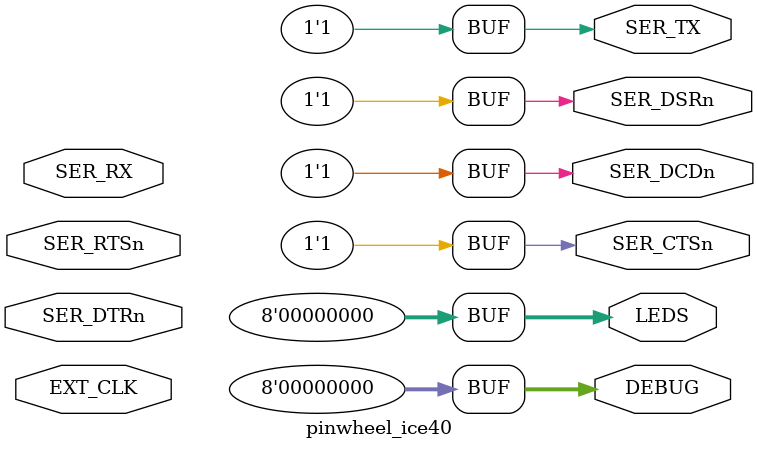
<source format=sv>
`ifndef TOP_ICE40_SV
`define TOP_ICE40_SV
`default_nettype none

`include "ice40/SB_PLL40_CORE.v"


//==============================================================================

module pinwheel_ice40(
  input  logic EXT_CLK,
  output logic SER_DCDn,
  output logic SER_DSRn,
  input  logic SER_DTRn,
  input  logic SER_RTSn,
  output logic SER_CTSn,
  output logic SER_TX,
  input  logic SER_RX,

  // On-board LEDs
  output logic [7:0] LEDS,

  // Top pin row connection to logic analyser
  output logic [7:0] DEBUG
);

  initial begin
    int i;

    SER_DCDn = 1;
    SER_DSRn = 1;
    SER_CTSn = 1;
    SER_TX = 1;

    for (i = 0; i < 8; i++) LEDS[i]  = 0;
    for (i = 0; i < 8; i++) DEBUG[i] = 0;
  end

  logic CLK;
  logic pll_lock;
  localparam pll_clock_rate = 24000000;
  localparam ser_clock_rate = 1200;

  /**
   * PLL configuration
   *
   * This Verilog module was generated automatically
   * using the icepll tool from the IceStorm project.
   * Use at your own risk.
   *
   * Given input frequency:        12.000 MHz
   * Requested output frequency:   24.000 MHz
   * Achieved output frequency:    24.000 MHz
   */
  SB_PLL40_CORE #(
    .FEEDBACK_PATH("SIMPLE"),
    .DIVR(4'b0000),         // DIVR =  0
    .DIVF(7'b0111111),      // DIVF = 63
    .DIVQ(3'b101),          // DIVQ =  5
    .FILTER_RANGE(3'b001)   // FILTER_RANGE = 1
  )
  uut (
    .LOCK(pll_lock),
    .RESETB(1'b1),
    .BYPASS(1'b0),
    .REFERENCECLK(EXT_CLK),
    .PLLOUTCORE(CLK)
  );


  logic reset;
  assign reset = !pll_lock;

  //assign LEDS[0] = rdata[0];
  //assign LEDS[1] = rdata[1];
  //assign LEDS[2] = rdata[2];
  //assign LEDS[3] = rdata[3];
  //assign LEDS[4] = rdata[4];
  //assign LEDS[5] = rdata[5];
  //assign LEDS[6] = rdata[6];
  //assign LEDS[7] = rdata[7];

endmodule

//==============================================================================

`endif // TOP_ICE40_SV

</source>
